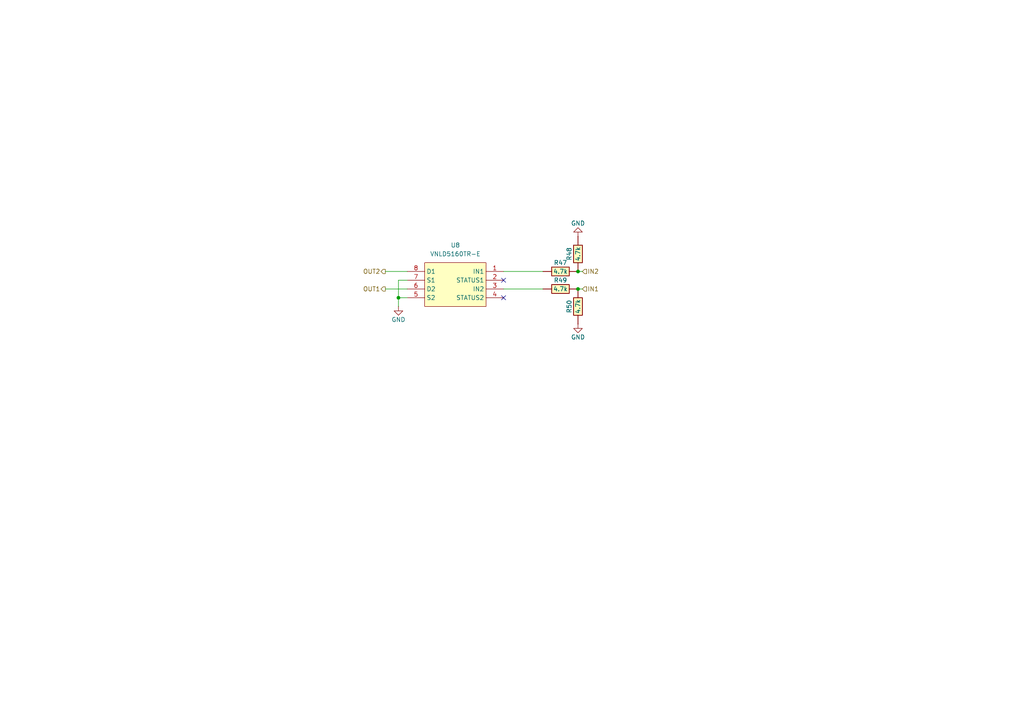
<source format=kicad_sch>
(kicad_sch (version 20231120) (generator "eeschema") (generator_version "8.0")
  (paper "A4")
  (lib_symbols
    (symbol "chips:VNLD5160"
      (property "Reference" "U" (at 6.35 3.81 0))
      (property "Value" "VNLD5160TR-E" (at 12.7 -11.43 0))
      (symbol "VNLD5160_1_1"
        (rectangle (start 5.08 2.54) (end 22.86 -10.16) (fill (type background)))
        (pin input line (at 0 0 0) (length 5.08) (name "IN1") (number "1"))
        (pin open_collector line (at 0 -2.54 0) (length 5.08) (name "STATUS1") (number "2"))
        (pin input line (at 0 -5.08 0) (length 5.08) (name "IN2") (number "3"))
        (pin open_collector line (at 0 -7.62 0) (length 5.08) (name "STATUS2") (number "4"))
        (pin power_in line (at 27.94 -7.62 180) (length 5.08) (name "S2") (number "5"))
        (pin power_out line (at 27.94 -5.08 180) (length 5.08) (name "D2") (number "6"))
        (pin power_in line (at 27.94 -2.54 180) (length 5.08) (name "S1") (number "7"))
        (pin power_out line (at 27.94 0 180) (length 5.08) (name "D1") (number "8"))
      )
    )
    (symbol "hellen-one-common:Res" (pin_numbers hide)
      (property "Reference" "R" (at 3.81 2.54 0))
      (property "Value" "Res" (at 5.08 -2.54 0))
      (symbol "Res_1_0"
        (rectangle (start 2.54 -1.27) (end 7.62 1.27) (stroke (width 0.254)) (fill (type background)))
        (pin passive line (at 0 0 0) (length 2.54) (name "") (number "1"))
        (pin passive line (at 10.16 0 180) (length 2.54) (name "") (number "2"))
      )
    )
    (symbol "power:GND" (power) (pin_numbers hide) (pin_names (offset 0) hide)
      (property "Value" "GND" (at 0 -3.81 0))
      (symbol "GND_0_1"
        (polyline (pts (xy 0 0) (xy 0 -1.27) (xy 1.27 -1.27) (xy 0 -2.54) (xy -1.27 -1.27) (xy 0 -1.27)))
      )
      (symbol "GND_1_1"
        (pin power_in line (at 0 0 270) (length 0) (name "~") (number "1"))
      )
    )
  )
  (junction (at 115.57 86.36))
  (junction (at 167.64 78.74))
  (junction (at 167.64 83.82))
  (no_connect (at 146.05 81.28))
  (no_connect (at 146.05 86.36))
  (wire (pts (xy 167.64 78.74) (xy 168.91 78.74)))
  (wire (pts (xy 111.76 83.82) (xy 118.11 83.82)))
  (wire (pts (xy 115.57 81.28) (xy 118.11 81.28)))
  (wire (pts (xy 115.57 88.9) (xy 115.57 86.36)))
  (wire (pts (xy 115.57 86.36) (xy 115.57 81.28)))
  (wire (pts (xy 111.76 78.74) (xy 118.11 78.74)))
  (wire (pts (xy 146.05 83.82) (xy 157.48 83.82)))
  (wire (pts (xy 146.05 78.74) (xy 157.48 78.74)))
  (wire (pts (xy 115.57 86.36) (xy 118.11 86.36)))
  (wire (pts (xy 167.64 83.82) (xy 168.91 83.82)))
  (hierarchical_label "OUT2" (shape output) (at 111.76 78.74 180))
  (hierarchical_label "IN1" (shape input) (at 168.91 83.82 0))
  (hierarchical_label "IN2" (shape input) (at 168.91 78.74 0))
  (hierarchical_label "OUT1" (shape output) (at 111.76 83.82 180))
  (symbol (lib_id "hellen-one-common:Res") (at 167.64 78.74 0) (mirror y) (unit 1)
    (property "Reference" "R47" (at 162.56 76.2 0))
    (property "Value" "4.7k" (at 162.56 78.74 0))
    (property "Footprint" "hellen-one-common:R0603" (effects (hide yes)))
    (property "LCSC" "C23162" (effects (hide yes)))
  )
  (symbol (lib_id "power:GND") (at 115.57 88.9 0) (mirror y) (unit 1)
    (property "Reference" "#PWR080" (effects (hide yes)))
    (property "Value" "GND" (at 115.57 92.71 0))
    (property "Description" "Power symbol creates a global label with name \"GND\" , ground" (effects (hide yes)))
  )
  (symbol (lib_id "hellen-one-common:Res") (at 167.64 83.82 0) (mirror y) (unit 1)
    (property "Reference" "R49" (at 162.56 81.28 0))
    (property "Value" "4.7k" (at 162.56 83.82 0))
    (property "Footprint" "hellen-one-common:R0603" (effects (hide yes)))
    (property "LCSC" "C23162" (effects (hide yes)))
  )
  (symbol (lib_id "chips:VNLD5160") (at 146.05 78.74 0) (mirror y) (unit 1)
    (property "Reference" "U8" (at 132.08 71.12 0))
    (property "Value" "VNLD5160TR-E" (at 132.08 73.66 0))
    (property "Footprint" "Package_SO:SOIC-8_3.9x4.9mm_P1.27mm" (effects (hide yes)))
    (property "LCSC" "C377942" (effects (hide yes)))
  )
  (symbol (lib_id "hellen-one-common:Res") (at 167.64 83.82 90) (mirror x) (unit 1)
    (property "Reference" "R50" (at 165.1 88.9 0))
    (property "Value" "4.7k" (at 167.64 88.9 0))
    (property "Footprint" "hellen-one-common:R0603" (effects (hide yes)))
    (property "LCSC" "C23162" (effects (hide yes)))
  )
  (symbol (lib_id "hellen-one-common:Res") (at 167.64 78.74 90) (unit 1)
    (property "Reference" "R48" (at 165.1 73.66 0))
    (property "Value" "4.7k" (at 167.64 73.66 0))
    (property "Footprint" "hellen-one-common:R0603" (effects (hide yes)))
    (property "LCSC" "C23162" (effects (hide yes)))
  )
  (symbol (lib_id "power:GND") (at 167.64 93.98 0) (unit 1)
    (property "Reference" "#PWR082" (effects (hide yes)))
    (property "Value" "GND" (at 167.64 97.79 0))
    (property "Description" "Power symbol creates a global label with name \"GND\" , ground" (effects (hide yes)))
  )
  (symbol (lib_id "power:GND") (at 167.64 68.58 0) (mirror x) (unit 1)
    (property "Reference" "#PWR081" (effects (hide yes)))
    (property "Value" "GND" (at 167.64 64.77 0))
    (property "Description" "Power symbol creates a global label with name \"GND\" , ground" (effects (hide yes)))
  )
)
</source>
